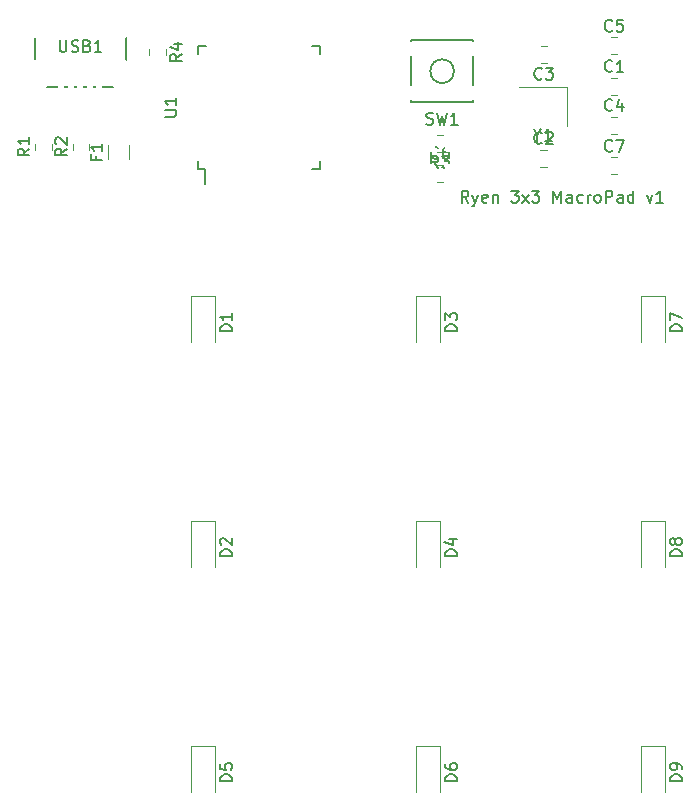
<source format=gto>
G04 #@! TF.GenerationSoftware,KiCad,Pcbnew,(5.1.2)-2*
G04 #@! TF.CreationDate,2019-08-06T13:22:13-07:00*
G04 #@! TF.ProjectId,first-keyboard,66697273-742d-46b6-9579-626f6172642e,rev?*
G04 #@! TF.SameCoordinates,Original*
G04 #@! TF.FileFunction,Legend,Top*
G04 #@! TF.FilePolarity,Positive*
%FSLAX46Y46*%
G04 Gerber Fmt 4.6, Leading zero omitted, Abs format (unit mm)*
G04 Created by KiCad (PCBNEW (5.1.2)-2) date 2019-08-06 13:22:13*
%MOMM*%
%LPD*%
G04 APERTURE LIST*
%ADD10C,0.150000*%
%ADD11C,0.120000*%
%ADD12R,0.602000X2.352000*%
%ADD13O,1.802000X2.802000*%
%ADD14R,1.502000X1.302000*%
%ADD15R,1.602000X0.652000*%
%ADD16R,0.652000X1.602000*%
%ADD17R,1.902000X1.202000*%
%ADD18C,0.100000*%
%ADD19C,1.077000*%
%ADD20C,1.852000*%
%ADD21C,4.089800*%
%ADD22C,1.352000*%
%ADD23R,1.302000X1.002000*%
G04 APERTURE END LIST*
D10*
X112118178Y-73159880D02*
X111784845Y-72683690D01*
X111546750Y-73159880D02*
X111546750Y-72159880D01*
X111927702Y-72159880D01*
X112022940Y-72207500D01*
X112070559Y-72255119D01*
X112118178Y-72350357D01*
X112118178Y-72493214D01*
X112070559Y-72588452D01*
X112022940Y-72636071D01*
X111927702Y-72683690D01*
X111546750Y-72683690D01*
X112451511Y-72493214D02*
X112689607Y-73159880D01*
X112927702Y-72493214D02*
X112689607Y-73159880D01*
X112594369Y-73397976D01*
X112546750Y-73445595D01*
X112451511Y-73493214D01*
X113689607Y-73112261D02*
X113594369Y-73159880D01*
X113403892Y-73159880D01*
X113308654Y-73112261D01*
X113261035Y-73017023D01*
X113261035Y-72636071D01*
X113308654Y-72540833D01*
X113403892Y-72493214D01*
X113594369Y-72493214D01*
X113689607Y-72540833D01*
X113737226Y-72636071D01*
X113737226Y-72731309D01*
X113261035Y-72826547D01*
X114165797Y-72493214D02*
X114165797Y-73159880D01*
X114165797Y-72588452D02*
X114213416Y-72540833D01*
X114308654Y-72493214D01*
X114451511Y-72493214D01*
X114546750Y-72540833D01*
X114594369Y-72636071D01*
X114594369Y-73159880D01*
X115737226Y-72159880D02*
X116356273Y-72159880D01*
X116022940Y-72540833D01*
X116165797Y-72540833D01*
X116261035Y-72588452D01*
X116308654Y-72636071D01*
X116356273Y-72731309D01*
X116356273Y-72969404D01*
X116308654Y-73064642D01*
X116261035Y-73112261D01*
X116165797Y-73159880D01*
X115880083Y-73159880D01*
X115784845Y-73112261D01*
X115737226Y-73064642D01*
X116689607Y-73159880D02*
X117213416Y-72493214D01*
X116689607Y-72493214D02*
X117213416Y-73159880D01*
X117499130Y-72159880D02*
X118118178Y-72159880D01*
X117784845Y-72540833D01*
X117927702Y-72540833D01*
X118022940Y-72588452D01*
X118070559Y-72636071D01*
X118118178Y-72731309D01*
X118118178Y-72969404D01*
X118070559Y-73064642D01*
X118022940Y-73112261D01*
X117927702Y-73159880D01*
X117641988Y-73159880D01*
X117546750Y-73112261D01*
X117499130Y-73064642D01*
X119308654Y-73159880D02*
X119308654Y-72159880D01*
X119641988Y-72874166D01*
X119975321Y-72159880D01*
X119975321Y-73159880D01*
X120880083Y-73159880D02*
X120880083Y-72636071D01*
X120832464Y-72540833D01*
X120737226Y-72493214D01*
X120546750Y-72493214D01*
X120451511Y-72540833D01*
X120880083Y-73112261D02*
X120784845Y-73159880D01*
X120546750Y-73159880D01*
X120451511Y-73112261D01*
X120403892Y-73017023D01*
X120403892Y-72921785D01*
X120451511Y-72826547D01*
X120546750Y-72778928D01*
X120784845Y-72778928D01*
X120880083Y-72731309D01*
X121784845Y-73112261D02*
X121689607Y-73159880D01*
X121499130Y-73159880D01*
X121403892Y-73112261D01*
X121356273Y-73064642D01*
X121308654Y-72969404D01*
X121308654Y-72683690D01*
X121356273Y-72588452D01*
X121403892Y-72540833D01*
X121499130Y-72493214D01*
X121689607Y-72493214D01*
X121784845Y-72540833D01*
X122213416Y-73159880D02*
X122213416Y-72493214D01*
X122213416Y-72683690D02*
X122261035Y-72588452D01*
X122308654Y-72540833D01*
X122403892Y-72493214D01*
X122499130Y-72493214D01*
X122975321Y-73159880D02*
X122880083Y-73112261D01*
X122832464Y-73064642D01*
X122784845Y-72969404D01*
X122784845Y-72683690D01*
X122832464Y-72588452D01*
X122880083Y-72540833D01*
X122975321Y-72493214D01*
X123118178Y-72493214D01*
X123213416Y-72540833D01*
X123261035Y-72588452D01*
X123308654Y-72683690D01*
X123308654Y-72969404D01*
X123261035Y-73064642D01*
X123213416Y-73112261D01*
X123118178Y-73159880D01*
X122975321Y-73159880D01*
X123737226Y-73159880D02*
X123737226Y-72159880D01*
X124118178Y-72159880D01*
X124213416Y-72207500D01*
X124261035Y-72255119D01*
X124308654Y-72350357D01*
X124308654Y-72493214D01*
X124261035Y-72588452D01*
X124213416Y-72636071D01*
X124118178Y-72683690D01*
X123737226Y-72683690D01*
X125165797Y-73159880D02*
X125165797Y-72636071D01*
X125118178Y-72540833D01*
X125022940Y-72493214D01*
X124832464Y-72493214D01*
X124737226Y-72540833D01*
X125165797Y-73112261D02*
X125070559Y-73159880D01*
X124832464Y-73159880D01*
X124737226Y-73112261D01*
X124689607Y-73017023D01*
X124689607Y-72921785D01*
X124737226Y-72826547D01*
X124832464Y-72778928D01*
X125070559Y-72778928D01*
X125165797Y-72731309D01*
X126070559Y-73159880D02*
X126070559Y-72159880D01*
X126070559Y-73112261D02*
X125975321Y-73159880D01*
X125784845Y-73159880D01*
X125689607Y-73112261D01*
X125641988Y-73064642D01*
X125594369Y-72969404D01*
X125594369Y-72683690D01*
X125641988Y-72588452D01*
X125689607Y-72540833D01*
X125784845Y-72493214D01*
X125975321Y-72493214D01*
X126070559Y-72540833D01*
X127213416Y-72493214D02*
X127451511Y-73159880D01*
X127689607Y-72493214D01*
X128594369Y-73159880D02*
X128022940Y-73159880D01*
X128308654Y-73159880D02*
X128308654Y-72159880D01*
X128213416Y-72302738D01*
X128118178Y-72397976D01*
X128022940Y-72445595D01*
X83098000Y-63362000D02*
X75398000Y-63362000D01*
X75398000Y-57912000D02*
X75398000Y-63362000D01*
X83098000Y-57912000D02*
X83098000Y-63362000D01*
D11*
X120434750Y-63362750D02*
X116434750Y-63362750D01*
X120434750Y-66662750D02*
X120434750Y-63362750D01*
D10*
X89792750Y-70294250D02*
X89792750Y-71569250D01*
X89217750Y-59944250D02*
X89217750Y-60619250D01*
X99567750Y-59944250D02*
X99567750Y-60619250D01*
X99567750Y-70294250D02*
X99567750Y-69619250D01*
X89217750Y-70294250D02*
X89217750Y-69619250D01*
X99567750Y-70294250D02*
X98892750Y-70294250D01*
X99567750Y-59944250D02*
X98892750Y-59944250D01*
X89217750Y-59944250D02*
X89892750Y-59944250D01*
X89217750Y-70294250D02*
X89792750Y-70294250D01*
X107286750Y-59439500D02*
X112486750Y-59439500D01*
X112486750Y-59439500D02*
X112486750Y-64639500D01*
X112486750Y-64639500D02*
X107286750Y-64639500D01*
X107286750Y-64639500D02*
X107286750Y-59439500D01*
X110886750Y-62039500D02*
G75*
G03X110886750Y-62039500I-1000000J0D01*
G01*
D11*
X86466750Y-60178422D02*
X86466750Y-60695578D01*
X85046750Y-60178422D02*
X85046750Y-60695578D01*
X109969828Y-67425500D02*
X109452672Y-67425500D01*
X109969828Y-68845500D02*
X109452672Y-68845500D01*
X78601500Y-68696578D02*
X78601500Y-68179422D01*
X80021500Y-68696578D02*
X80021500Y-68179422D01*
X75426500Y-68696578D02*
X75426500Y-68179422D01*
X76846500Y-68696578D02*
X76846500Y-68179422D01*
X81576500Y-69502564D02*
X81576500Y-68298436D01*
X83396500Y-69502564D02*
X83396500Y-68298436D01*
X128730250Y-119163000D02*
X128730250Y-123063000D01*
X126730250Y-119163000D02*
X126730250Y-123063000D01*
X128730250Y-119163000D02*
X126730250Y-119163000D01*
X128730250Y-100113000D02*
X128730250Y-104013000D01*
X126730250Y-100113000D02*
X126730250Y-104013000D01*
X128730250Y-100113000D02*
X126730250Y-100113000D01*
X128730250Y-81063000D02*
X128730250Y-84963000D01*
X126730250Y-81063000D02*
X126730250Y-84963000D01*
X128730250Y-81063000D02*
X126730250Y-81063000D01*
X109680250Y-119163000D02*
X109680250Y-123063000D01*
X107680250Y-119163000D02*
X107680250Y-123063000D01*
X109680250Y-119163000D02*
X107680250Y-119163000D01*
X90630250Y-119163000D02*
X90630250Y-123063000D01*
X88630250Y-119163000D02*
X88630250Y-123063000D01*
X90630250Y-119163000D02*
X88630250Y-119163000D01*
X109680250Y-100113000D02*
X109680250Y-104013000D01*
X107680250Y-100113000D02*
X107680250Y-104013000D01*
X109680250Y-100113000D02*
X107680250Y-100113000D01*
X109680250Y-81063000D02*
X109680250Y-84963000D01*
X107680250Y-81063000D02*
X107680250Y-84963000D01*
X109680250Y-81063000D02*
X107680250Y-81063000D01*
X90630250Y-100113000D02*
X90630250Y-104013000D01*
X88630250Y-100113000D02*
X88630250Y-104013000D01*
X90630250Y-100113000D02*
X88630250Y-100113000D01*
X90630250Y-81063000D02*
X90630250Y-84963000D01*
X88630250Y-81063000D02*
X88630250Y-84963000D01*
X90630250Y-81063000D02*
X88630250Y-81063000D01*
X124184672Y-70750500D02*
X124701828Y-70750500D01*
X124184672Y-69330500D02*
X124701828Y-69330500D01*
X109452672Y-69965500D02*
X109969828Y-69965500D01*
X109452672Y-71385500D02*
X109969828Y-71385500D01*
X124184672Y-60590500D02*
X124701828Y-60590500D01*
X124184672Y-59170500D02*
X124701828Y-59170500D01*
X124184672Y-67321500D02*
X124701828Y-67321500D01*
X124184672Y-65901500D02*
X124701828Y-65901500D01*
X118749578Y-59932500D02*
X118232422Y-59932500D01*
X118749578Y-61352500D02*
X118232422Y-61352500D01*
X118215672Y-70115500D02*
X118732828Y-70115500D01*
X118215672Y-68695500D02*
X118732828Y-68695500D01*
X124184672Y-64019500D02*
X124701828Y-64019500D01*
X124184672Y-62599500D02*
X124701828Y-62599500D01*
D10*
X77509904Y-59396380D02*
X77509904Y-60205904D01*
X77557523Y-60301142D01*
X77605142Y-60348761D01*
X77700380Y-60396380D01*
X77890857Y-60396380D01*
X77986095Y-60348761D01*
X78033714Y-60301142D01*
X78081333Y-60205904D01*
X78081333Y-59396380D01*
X78509904Y-60348761D02*
X78652761Y-60396380D01*
X78890857Y-60396380D01*
X78986095Y-60348761D01*
X79033714Y-60301142D01*
X79081333Y-60205904D01*
X79081333Y-60110666D01*
X79033714Y-60015428D01*
X78986095Y-59967809D01*
X78890857Y-59920190D01*
X78700380Y-59872571D01*
X78605142Y-59824952D01*
X78557523Y-59777333D01*
X78509904Y-59682095D01*
X78509904Y-59586857D01*
X78557523Y-59491619D01*
X78605142Y-59444000D01*
X78700380Y-59396380D01*
X78938476Y-59396380D01*
X79081333Y-59444000D01*
X79843238Y-59872571D02*
X79986095Y-59920190D01*
X80033714Y-59967809D01*
X80081333Y-60063047D01*
X80081333Y-60205904D01*
X80033714Y-60301142D01*
X79986095Y-60348761D01*
X79890857Y-60396380D01*
X79509904Y-60396380D01*
X79509904Y-59396380D01*
X79843238Y-59396380D01*
X79938476Y-59444000D01*
X79986095Y-59491619D01*
X80033714Y-59586857D01*
X80033714Y-59682095D01*
X79986095Y-59777333D01*
X79938476Y-59824952D01*
X79843238Y-59872571D01*
X79509904Y-59872571D01*
X81033714Y-60396380D02*
X80462285Y-60396380D01*
X80748000Y-60396380D02*
X80748000Y-59396380D01*
X80652761Y-59539238D01*
X80557523Y-59634476D01*
X80462285Y-59682095D01*
X117958559Y-67438940D02*
X117958559Y-67915130D01*
X117625226Y-66915130D02*
X117958559Y-67438940D01*
X118291892Y-66915130D01*
X119149035Y-67915130D02*
X118577607Y-67915130D01*
X118863321Y-67915130D02*
X118863321Y-66915130D01*
X118768083Y-67057988D01*
X118672845Y-67153226D01*
X118577607Y-67200845D01*
X86395130Y-65881154D02*
X87204654Y-65881154D01*
X87299892Y-65833535D01*
X87347511Y-65785916D01*
X87395130Y-65690678D01*
X87395130Y-65500202D01*
X87347511Y-65404964D01*
X87299892Y-65357345D01*
X87204654Y-65309726D01*
X86395130Y-65309726D01*
X87395130Y-64309726D02*
X87395130Y-64881154D01*
X87395130Y-64595440D02*
X86395130Y-64595440D01*
X86537988Y-64690678D01*
X86633226Y-64785916D01*
X86680845Y-64881154D01*
X108553416Y-66508261D02*
X108696273Y-66555880D01*
X108934369Y-66555880D01*
X109029607Y-66508261D01*
X109077226Y-66460642D01*
X109124845Y-66365404D01*
X109124845Y-66270166D01*
X109077226Y-66174928D01*
X109029607Y-66127309D01*
X108934369Y-66079690D01*
X108743892Y-66032071D01*
X108648654Y-65984452D01*
X108601035Y-65936833D01*
X108553416Y-65841595D01*
X108553416Y-65746357D01*
X108601035Y-65651119D01*
X108648654Y-65603500D01*
X108743892Y-65555880D01*
X108981988Y-65555880D01*
X109124845Y-65603500D01*
X109458178Y-65555880D02*
X109696273Y-66555880D01*
X109886750Y-65841595D01*
X110077226Y-66555880D01*
X110315321Y-65555880D01*
X111220083Y-66555880D02*
X110648654Y-66555880D01*
X110934369Y-66555880D02*
X110934369Y-65555880D01*
X110839130Y-65698738D01*
X110743892Y-65793976D01*
X110648654Y-65841595D01*
X87859130Y-60603666D02*
X87382940Y-60937000D01*
X87859130Y-61175095D02*
X86859130Y-61175095D01*
X86859130Y-60794142D01*
X86906750Y-60698904D01*
X86954369Y-60651285D01*
X87049607Y-60603666D01*
X87192464Y-60603666D01*
X87287702Y-60651285D01*
X87335321Y-60698904D01*
X87382940Y-60794142D01*
X87382940Y-61175095D01*
X87192464Y-59746523D02*
X87859130Y-59746523D01*
X86811511Y-59984619D02*
X87525797Y-60222714D01*
X87525797Y-59603666D01*
X109544583Y-70237880D02*
X109211250Y-69761690D01*
X108973154Y-70237880D02*
X108973154Y-69237880D01*
X109354107Y-69237880D01*
X109449345Y-69285500D01*
X109496964Y-69333119D01*
X109544583Y-69428357D01*
X109544583Y-69571214D01*
X109496964Y-69666452D01*
X109449345Y-69714071D01*
X109354107Y-69761690D01*
X108973154Y-69761690D01*
X109877916Y-69237880D02*
X110496964Y-69237880D01*
X110163630Y-69618833D01*
X110306488Y-69618833D01*
X110401726Y-69666452D01*
X110449345Y-69714071D01*
X110496964Y-69809309D01*
X110496964Y-70047404D01*
X110449345Y-70142642D01*
X110401726Y-70190261D01*
X110306488Y-70237880D01*
X110020773Y-70237880D01*
X109925535Y-70190261D01*
X109877916Y-70142642D01*
X78113880Y-68604666D02*
X77637690Y-68938000D01*
X78113880Y-69176095D02*
X77113880Y-69176095D01*
X77113880Y-68795142D01*
X77161500Y-68699904D01*
X77209119Y-68652285D01*
X77304357Y-68604666D01*
X77447214Y-68604666D01*
X77542452Y-68652285D01*
X77590071Y-68699904D01*
X77637690Y-68795142D01*
X77637690Y-69176095D01*
X77209119Y-68223714D02*
X77161500Y-68176095D01*
X77113880Y-68080857D01*
X77113880Y-67842761D01*
X77161500Y-67747523D01*
X77209119Y-67699904D01*
X77304357Y-67652285D01*
X77399595Y-67652285D01*
X77542452Y-67699904D01*
X78113880Y-68271333D01*
X78113880Y-67652285D01*
X74938880Y-68604666D02*
X74462690Y-68938000D01*
X74938880Y-69176095D02*
X73938880Y-69176095D01*
X73938880Y-68795142D01*
X73986500Y-68699904D01*
X74034119Y-68652285D01*
X74129357Y-68604666D01*
X74272214Y-68604666D01*
X74367452Y-68652285D01*
X74415071Y-68699904D01*
X74462690Y-68795142D01*
X74462690Y-69176095D01*
X74938880Y-67652285D02*
X74938880Y-68223714D01*
X74938880Y-67938000D02*
X73938880Y-67938000D01*
X74081738Y-68033238D01*
X74176976Y-68128476D01*
X74224595Y-68223714D01*
X80595071Y-69233833D02*
X80595071Y-69567166D01*
X81118880Y-69567166D02*
X80118880Y-69567166D01*
X80118880Y-69090976D01*
X81118880Y-68186214D02*
X81118880Y-68757642D01*
X81118880Y-68471928D02*
X80118880Y-68471928D01*
X80261738Y-68567166D01*
X80356976Y-68662404D01*
X80404595Y-68757642D01*
X130182630Y-122151095D02*
X129182630Y-122151095D01*
X129182630Y-121913000D01*
X129230250Y-121770142D01*
X129325488Y-121674904D01*
X129420726Y-121627285D01*
X129611202Y-121579666D01*
X129754059Y-121579666D01*
X129944535Y-121627285D01*
X130039773Y-121674904D01*
X130135011Y-121770142D01*
X130182630Y-121913000D01*
X130182630Y-122151095D01*
X130182630Y-121103476D02*
X130182630Y-120913000D01*
X130135011Y-120817761D01*
X130087392Y-120770142D01*
X129944535Y-120674904D01*
X129754059Y-120627285D01*
X129373107Y-120627285D01*
X129277869Y-120674904D01*
X129230250Y-120722523D01*
X129182630Y-120817761D01*
X129182630Y-121008238D01*
X129230250Y-121103476D01*
X129277869Y-121151095D01*
X129373107Y-121198714D01*
X129611202Y-121198714D01*
X129706440Y-121151095D01*
X129754059Y-121103476D01*
X129801678Y-121008238D01*
X129801678Y-120817761D01*
X129754059Y-120722523D01*
X129706440Y-120674904D01*
X129611202Y-120627285D01*
X130182630Y-103101095D02*
X129182630Y-103101095D01*
X129182630Y-102863000D01*
X129230250Y-102720142D01*
X129325488Y-102624904D01*
X129420726Y-102577285D01*
X129611202Y-102529666D01*
X129754059Y-102529666D01*
X129944535Y-102577285D01*
X130039773Y-102624904D01*
X130135011Y-102720142D01*
X130182630Y-102863000D01*
X130182630Y-103101095D01*
X129611202Y-101958238D02*
X129563583Y-102053476D01*
X129515964Y-102101095D01*
X129420726Y-102148714D01*
X129373107Y-102148714D01*
X129277869Y-102101095D01*
X129230250Y-102053476D01*
X129182630Y-101958238D01*
X129182630Y-101767761D01*
X129230250Y-101672523D01*
X129277869Y-101624904D01*
X129373107Y-101577285D01*
X129420726Y-101577285D01*
X129515964Y-101624904D01*
X129563583Y-101672523D01*
X129611202Y-101767761D01*
X129611202Y-101958238D01*
X129658821Y-102053476D01*
X129706440Y-102101095D01*
X129801678Y-102148714D01*
X129992154Y-102148714D01*
X130087392Y-102101095D01*
X130135011Y-102053476D01*
X130182630Y-101958238D01*
X130182630Y-101767761D01*
X130135011Y-101672523D01*
X130087392Y-101624904D01*
X129992154Y-101577285D01*
X129801678Y-101577285D01*
X129706440Y-101624904D01*
X129658821Y-101672523D01*
X129611202Y-101767761D01*
X130182630Y-84051095D02*
X129182630Y-84051095D01*
X129182630Y-83813000D01*
X129230250Y-83670142D01*
X129325488Y-83574904D01*
X129420726Y-83527285D01*
X129611202Y-83479666D01*
X129754059Y-83479666D01*
X129944535Y-83527285D01*
X130039773Y-83574904D01*
X130135011Y-83670142D01*
X130182630Y-83813000D01*
X130182630Y-84051095D01*
X129182630Y-83146333D02*
X129182630Y-82479666D01*
X130182630Y-82908238D01*
X111132630Y-122151095D02*
X110132630Y-122151095D01*
X110132630Y-121913000D01*
X110180250Y-121770142D01*
X110275488Y-121674904D01*
X110370726Y-121627285D01*
X110561202Y-121579666D01*
X110704059Y-121579666D01*
X110894535Y-121627285D01*
X110989773Y-121674904D01*
X111085011Y-121770142D01*
X111132630Y-121913000D01*
X111132630Y-122151095D01*
X110132630Y-120722523D02*
X110132630Y-120913000D01*
X110180250Y-121008238D01*
X110227869Y-121055857D01*
X110370726Y-121151095D01*
X110561202Y-121198714D01*
X110942154Y-121198714D01*
X111037392Y-121151095D01*
X111085011Y-121103476D01*
X111132630Y-121008238D01*
X111132630Y-120817761D01*
X111085011Y-120722523D01*
X111037392Y-120674904D01*
X110942154Y-120627285D01*
X110704059Y-120627285D01*
X110608821Y-120674904D01*
X110561202Y-120722523D01*
X110513583Y-120817761D01*
X110513583Y-121008238D01*
X110561202Y-121103476D01*
X110608821Y-121151095D01*
X110704059Y-121198714D01*
X92082630Y-122151095D02*
X91082630Y-122151095D01*
X91082630Y-121913000D01*
X91130250Y-121770142D01*
X91225488Y-121674904D01*
X91320726Y-121627285D01*
X91511202Y-121579666D01*
X91654059Y-121579666D01*
X91844535Y-121627285D01*
X91939773Y-121674904D01*
X92035011Y-121770142D01*
X92082630Y-121913000D01*
X92082630Y-122151095D01*
X91082630Y-120674904D02*
X91082630Y-121151095D01*
X91558821Y-121198714D01*
X91511202Y-121151095D01*
X91463583Y-121055857D01*
X91463583Y-120817761D01*
X91511202Y-120722523D01*
X91558821Y-120674904D01*
X91654059Y-120627285D01*
X91892154Y-120627285D01*
X91987392Y-120674904D01*
X92035011Y-120722523D01*
X92082630Y-120817761D01*
X92082630Y-121055857D01*
X92035011Y-121151095D01*
X91987392Y-121198714D01*
X111132630Y-103101095D02*
X110132630Y-103101095D01*
X110132630Y-102863000D01*
X110180250Y-102720142D01*
X110275488Y-102624904D01*
X110370726Y-102577285D01*
X110561202Y-102529666D01*
X110704059Y-102529666D01*
X110894535Y-102577285D01*
X110989773Y-102624904D01*
X111085011Y-102720142D01*
X111132630Y-102863000D01*
X111132630Y-103101095D01*
X110465964Y-101672523D02*
X111132630Y-101672523D01*
X110085011Y-101910619D02*
X110799297Y-102148714D01*
X110799297Y-101529666D01*
X111132630Y-84051095D02*
X110132630Y-84051095D01*
X110132630Y-83813000D01*
X110180250Y-83670142D01*
X110275488Y-83574904D01*
X110370726Y-83527285D01*
X110561202Y-83479666D01*
X110704059Y-83479666D01*
X110894535Y-83527285D01*
X110989773Y-83574904D01*
X111085011Y-83670142D01*
X111132630Y-83813000D01*
X111132630Y-84051095D01*
X110132630Y-83146333D02*
X110132630Y-82527285D01*
X110513583Y-82860619D01*
X110513583Y-82717761D01*
X110561202Y-82622523D01*
X110608821Y-82574904D01*
X110704059Y-82527285D01*
X110942154Y-82527285D01*
X111037392Y-82574904D01*
X111085011Y-82622523D01*
X111132630Y-82717761D01*
X111132630Y-83003476D01*
X111085011Y-83098714D01*
X111037392Y-83146333D01*
X92082630Y-103101095D02*
X91082630Y-103101095D01*
X91082630Y-102863000D01*
X91130250Y-102720142D01*
X91225488Y-102624904D01*
X91320726Y-102577285D01*
X91511202Y-102529666D01*
X91654059Y-102529666D01*
X91844535Y-102577285D01*
X91939773Y-102624904D01*
X92035011Y-102720142D01*
X92082630Y-102863000D01*
X92082630Y-103101095D01*
X91177869Y-102148714D02*
X91130250Y-102101095D01*
X91082630Y-102005857D01*
X91082630Y-101767761D01*
X91130250Y-101672523D01*
X91177869Y-101624904D01*
X91273107Y-101577285D01*
X91368345Y-101577285D01*
X91511202Y-101624904D01*
X92082630Y-102196333D01*
X92082630Y-101577285D01*
X92082630Y-84051095D02*
X91082630Y-84051095D01*
X91082630Y-83813000D01*
X91130250Y-83670142D01*
X91225488Y-83574904D01*
X91320726Y-83527285D01*
X91511202Y-83479666D01*
X91654059Y-83479666D01*
X91844535Y-83527285D01*
X91939773Y-83574904D01*
X92035011Y-83670142D01*
X92082630Y-83813000D01*
X92082630Y-84051095D01*
X92082630Y-82527285D02*
X92082630Y-83098714D01*
X92082630Y-82813000D02*
X91082630Y-82813000D01*
X91225488Y-82908238D01*
X91320726Y-83003476D01*
X91368345Y-83098714D01*
X124276583Y-68747642D02*
X124228964Y-68795261D01*
X124086107Y-68842880D01*
X123990869Y-68842880D01*
X123848011Y-68795261D01*
X123752773Y-68700023D01*
X123705154Y-68604785D01*
X123657535Y-68414309D01*
X123657535Y-68271452D01*
X123705154Y-68080976D01*
X123752773Y-67985738D01*
X123848011Y-67890500D01*
X123990869Y-67842880D01*
X124086107Y-67842880D01*
X124228964Y-67890500D01*
X124276583Y-67938119D01*
X124609916Y-67842880D02*
X125276583Y-67842880D01*
X124848011Y-68842880D01*
X109544583Y-69382642D02*
X109496964Y-69430261D01*
X109354107Y-69477880D01*
X109258869Y-69477880D01*
X109116011Y-69430261D01*
X109020773Y-69335023D01*
X108973154Y-69239785D01*
X108925535Y-69049309D01*
X108925535Y-68906452D01*
X108973154Y-68715976D01*
X109020773Y-68620738D01*
X109116011Y-68525500D01*
X109258869Y-68477880D01*
X109354107Y-68477880D01*
X109496964Y-68525500D01*
X109544583Y-68573119D01*
X110401726Y-68477880D02*
X110211250Y-68477880D01*
X110116011Y-68525500D01*
X110068392Y-68573119D01*
X109973154Y-68715976D01*
X109925535Y-68906452D01*
X109925535Y-69287404D01*
X109973154Y-69382642D01*
X110020773Y-69430261D01*
X110116011Y-69477880D01*
X110306488Y-69477880D01*
X110401726Y-69430261D01*
X110449345Y-69382642D01*
X110496964Y-69287404D01*
X110496964Y-69049309D01*
X110449345Y-68954071D01*
X110401726Y-68906452D01*
X110306488Y-68858833D01*
X110116011Y-68858833D01*
X110020773Y-68906452D01*
X109973154Y-68954071D01*
X109925535Y-69049309D01*
X124276583Y-58587642D02*
X124228964Y-58635261D01*
X124086107Y-58682880D01*
X123990869Y-58682880D01*
X123848011Y-58635261D01*
X123752773Y-58540023D01*
X123705154Y-58444785D01*
X123657535Y-58254309D01*
X123657535Y-58111452D01*
X123705154Y-57920976D01*
X123752773Y-57825738D01*
X123848011Y-57730500D01*
X123990869Y-57682880D01*
X124086107Y-57682880D01*
X124228964Y-57730500D01*
X124276583Y-57778119D01*
X125181345Y-57682880D02*
X124705154Y-57682880D01*
X124657535Y-58159071D01*
X124705154Y-58111452D01*
X124800392Y-58063833D01*
X125038488Y-58063833D01*
X125133726Y-58111452D01*
X125181345Y-58159071D01*
X125228964Y-58254309D01*
X125228964Y-58492404D01*
X125181345Y-58587642D01*
X125133726Y-58635261D01*
X125038488Y-58682880D01*
X124800392Y-58682880D01*
X124705154Y-58635261D01*
X124657535Y-58587642D01*
X124276583Y-65318642D02*
X124228964Y-65366261D01*
X124086107Y-65413880D01*
X123990869Y-65413880D01*
X123848011Y-65366261D01*
X123752773Y-65271023D01*
X123705154Y-65175785D01*
X123657535Y-64985309D01*
X123657535Y-64842452D01*
X123705154Y-64651976D01*
X123752773Y-64556738D01*
X123848011Y-64461500D01*
X123990869Y-64413880D01*
X124086107Y-64413880D01*
X124228964Y-64461500D01*
X124276583Y-64509119D01*
X125133726Y-64747214D02*
X125133726Y-65413880D01*
X124895630Y-64366261D02*
X124657535Y-65080547D01*
X125276583Y-65080547D01*
X118324333Y-62649642D02*
X118276714Y-62697261D01*
X118133857Y-62744880D01*
X118038619Y-62744880D01*
X117895761Y-62697261D01*
X117800523Y-62602023D01*
X117752904Y-62506785D01*
X117705285Y-62316309D01*
X117705285Y-62173452D01*
X117752904Y-61982976D01*
X117800523Y-61887738D01*
X117895761Y-61792500D01*
X118038619Y-61744880D01*
X118133857Y-61744880D01*
X118276714Y-61792500D01*
X118324333Y-61840119D01*
X118657666Y-61744880D02*
X119276714Y-61744880D01*
X118943380Y-62125833D01*
X119086238Y-62125833D01*
X119181476Y-62173452D01*
X119229095Y-62221071D01*
X119276714Y-62316309D01*
X119276714Y-62554404D01*
X119229095Y-62649642D01*
X119181476Y-62697261D01*
X119086238Y-62744880D01*
X118800523Y-62744880D01*
X118705285Y-62697261D01*
X118657666Y-62649642D01*
X118307583Y-68112642D02*
X118259964Y-68160261D01*
X118117107Y-68207880D01*
X118021869Y-68207880D01*
X117879011Y-68160261D01*
X117783773Y-68065023D01*
X117736154Y-67969785D01*
X117688535Y-67779309D01*
X117688535Y-67636452D01*
X117736154Y-67445976D01*
X117783773Y-67350738D01*
X117879011Y-67255500D01*
X118021869Y-67207880D01*
X118117107Y-67207880D01*
X118259964Y-67255500D01*
X118307583Y-67303119D01*
X118688535Y-67303119D02*
X118736154Y-67255500D01*
X118831392Y-67207880D01*
X119069488Y-67207880D01*
X119164726Y-67255500D01*
X119212345Y-67303119D01*
X119259964Y-67398357D01*
X119259964Y-67493595D01*
X119212345Y-67636452D01*
X118640916Y-68207880D01*
X119259964Y-68207880D01*
X124276583Y-62016642D02*
X124228964Y-62064261D01*
X124086107Y-62111880D01*
X123990869Y-62111880D01*
X123848011Y-62064261D01*
X123752773Y-61969023D01*
X123705154Y-61873785D01*
X123657535Y-61683309D01*
X123657535Y-61540452D01*
X123705154Y-61349976D01*
X123752773Y-61254738D01*
X123848011Y-61159500D01*
X123990869Y-61111880D01*
X124086107Y-61111880D01*
X124228964Y-61159500D01*
X124276583Y-61207119D01*
X125228964Y-62111880D02*
X124657535Y-62111880D01*
X124943250Y-62111880D02*
X124943250Y-61111880D01*
X124848011Y-61254738D01*
X124752773Y-61349976D01*
X124657535Y-61397595D01*
%LPC*%
D12*
X77648000Y-62412000D03*
X78448000Y-62412000D03*
X79248000Y-62412000D03*
X80048000Y-62412000D03*
X80848000Y-62412000D03*
D13*
X82898000Y-62412000D03*
X75598000Y-62412000D03*
X75598000Y-57912000D03*
X82898000Y-57912000D03*
D14*
X119534750Y-65862750D03*
X117334750Y-65862750D03*
X117334750Y-64162750D03*
X119534750Y-64162750D03*
D15*
X88692750Y-69119250D03*
X88692750Y-68319250D03*
X88692750Y-67519250D03*
X88692750Y-66719250D03*
X88692750Y-65919250D03*
X88692750Y-65119250D03*
X88692750Y-64319250D03*
X88692750Y-63519250D03*
X88692750Y-62719250D03*
X88692750Y-61919250D03*
X88692750Y-61119250D03*
D16*
X90392750Y-59419250D03*
X91192750Y-59419250D03*
X91992750Y-59419250D03*
X92792750Y-59419250D03*
X93592750Y-59419250D03*
X94392750Y-59419250D03*
X95192750Y-59419250D03*
X95992750Y-59419250D03*
X96792750Y-59419250D03*
X97592750Y-59419250D03*
X98392750Y-59419250D03*
D15*
X100092750Y-61119250D03*
X100092750Y-61919250D03*
X100092750Y-62719250D03*
X100092750Y-63519250D03*
X100092750Y-64319250D03*
X100092750Y-65119250D03*
X100092750Y-65919250D03*
X100092750Y-66719250D03*
X100092750Y-67519250D03*
X100092750Y-68319250D03*
X100092750Y-69119250D03*
D16*
X98392750Y-70819250D03*
X97592750Y-70819250D03*
X96792750Y-70819250D03*
X95992750Y-70819250D03*
X95192750Y-70819250D03*
X94392750Y-70819250D03*
X93592750Y-70819250D03*
X92792750Y-70819250D03*
X91992750Y-70819250D03*
X91192750Y-70819250D03*
X90392750Y-70819250D03*
D17*
X106786750Y-63889500D03*
X112986750Y-60189500D03*
X106786750Y-60189500D03*
X112986750Y-63889500D03*
D18*
G36*
X86264891Y-58962297D02*
G01*
X86291028Y-58966174D01*
X86316659Y-58972594D01*
X86341538Y-58981495D01*
X86365424Y-58992793D01*
X86388087Y-59006377D01*
X86409310Y-59022117D01*
X86428889Y-59039861D01*
X86446633Y-59059440D01*
X86462373Y-59080663D01*
X86475957Y-59103326D01*
X86487255Y-59127212D01*
X86496156Y-59152091D01*
X86502576Y-59177722D01*
X86506453Y-59203859D01*
X86507750Y-59230250D01*
X86507750Y-59768750D01*
X86506453Y-59795141D01*
X86502576Y-59821278D01*
X86496156Y-59846909D01*
X86487255Y-59871788D01*
X86475957Y-59895674D01*
X86462373Y-59918337D01*
X86446633Y-59939560D01*
X86428889Y-59959139D01*
X86409310Y-59976883D01*
X86388087Y-59992623D01*
X86365424Y-60006207D01*
X86341538Y-60017505D01*
X86316659Y-60026406D01*
X86291028Y-60032826D01*
X86264891Y-60036703D01*
X86238500Y-60038000D01*
X85275000Y-60038000D01*
X85248609Y-60036703D01*
X85222472Y-60032826D01*
X85196841Y-60026406D01*
X85171962Y-60017505D01*
X85148076Y-60006207D01*
X85125413Y-59992623D01*
X85104190Y-59976883D01*
X85084611Y-59959139D01*
X85066867Y-59939560D01*
X85051127Y-59918337D01*
X85037543Y-59895674D01*
X85026245Y-59871788D01*
X85017344Y-59846909D01*
X85010924Y-59821278D01*
X85007047Y-59795141D01*
X85005750Y-59768750D01*
X85005750Y-59230250D01*
X85007047Y-59203859D01*
X85010924Y-59177722D01*
X85017344Y-59152091D01*
X85026245Y-59127212D01*
X85037543Y-59103326D01*
X85051127Y-59080663D01*
X85066867Y-59059440D01*
X85084611Y-59039861D01*
X85104190Y-59022117D01*
X85125413Y-59006377D01*
X85148076Y-58992793D01*
X85171962Y-58981495D01*
X85196841Y-58972594D01*
X85222472Y-58966174D01*
X85248609Y-58962297D01*
X85275000Y-58961000D01*
X86238500Y-58961000D01*
X86264891Y-58962297D01*
X86264891Y-58962297D01*
G37*
D19*
X85756750Y-59499500D03*
D18*
G36*
X86264891Y-60837297D02*
G01*
X86291028Y-60841174D01*
X86316659Y-60847594D01*
X86341538Y-60856495D01*
X86365424Y-60867793D01*
X86388087Y-60881377D01*
X86409310Y-60897117D01*
X86428889Y-60914861D01*
X86446633Y-60934440D01*
X86462373Y-60955663D01*
X86475957Y-60978326D01*
X86487255Y-61002212D01*
X86496156Y-61027091D01*
X86502576Y-61052722D01*
X86506453Y-61078859D01*
X86507750Y-61105250D01*
X86507750Y-61643750D01*
X86506453Y-61670141D01*
X86502576Y-61696278D01*
X86496156Y-61721909D01*
X86487255Y-61746788D01*
X86475957Y-61770674D01*
X86462373Y-61793337D01*
X86446633Y-61814560D01*
X86428889Y-61834139D01*
X86409310Y-61851883D01*
X86388087Y-61867623D01*
X86365424Y-61881207D01*
X86341538Y-61892505D01*
X86316659Y-61901406D01*
X86291028Y-61907826D01*
X86264891Y-61911703D01*
X86238500Y-61913000D01*
X85275000Y-61913000D01*
X85248609Y-61911703D01*
X85222472Y-61907826D01*
X85196841Y-61901406D01*
X85171962Y-61892505D01*
X85148076Y-61881207D01*
X85125413Y-61867623D01*
X85104190Y-61851883D01*
X85084611Y-61834139D01*
X85066867Y-61814560D01*
X85051127Y-61793337D01*
X85037543Y-61770674D01*
X85026245Y-61746788D01*
X85017344Y-61721909D01*
X85010924Y-61696278D01*
X85007047Y-61670141D01*
X85005750Y-61643750D01*
X85005750Y-61105250D01*
X85007047Y-61078859D01*
X85010924Y-61052722D01*
X85017344Y-61027091D01*
X85026245Y-61002212D01*
X85037543Y-60978326D01*
X85051127Y-60955663D01*
X85066867Y-60934440D01*
X85084611Y-60914861D01*
X85104190Y-60897117D01*
X85125413Y-60881377D01*
X85148076Y-60867793D01*
X85171962Y-60856495D01*
X85196841Y-60847594D01*
X85222472Y-60841174D01*
X85248609Y-60837297D01*
X85275000Y-60836000D01*
X86238500Y-60836000D01*
X86264891Y-60837297D01*
X86264891Y-60837297D01*
G37*
D19*
X85756750Y-61374500D03*
D18*
G36*
X109069391Y-67385797D02*
G01*
X109095528Y-67389674D01*
X109121159Y-67396094D01*
X109146038Y-67404995D01*
X109169924Y-67416293D01*
X109192587Y-67429877D01*
X109213810Y-67445617D01*
X109233389Y-67463361D01*
X109251133Y-67482940D01*
X109266873Y-67504163D01*
X109280457Y-67526826D01*
X109291755Y-67550712D01*
X109300656Y-67575591D01*
X109307076Y-67601222D01*
X109310953Y-67627359D01*
X109312250Y-67653750D01*
X109312250Y-68617250D01*
X109310953Y-68643641D01*
X109307076Y-68669778D01*
X109300656Y-68695409D01*
X109291755Y-68720288D01*
X109280457Y-68744174D01*
X109266873Y-68766837D01*
X109251133Y-68788060D01*
X109233389Y-68807639D01*
X109213810Y-68825383D01*
X109192587Y-68841123D01*
X109169924Y-68854707D01*
X109146038Y-68866005D01*
X109121159Y-68874906D01*
X109095528Y-68881326D01*
X109069391Y-68885203D01*
X109043000Y-68886500D01*
X108504500Y-68886500D01*
X108478109Y-68885203D01*
X108451972Y-68881326D01*
X108426341Y-68874906D01*
X108401462Y-68866005D01*
X108377576Y-68854707D01*
X108354913Y-68841123D01*
X108333690Y-68825383D01*
X108314111Y-68807639D01*
X108296367Y-68788060D01*
X108280627Y-68766837D01*
X108267043Y-68744174D01*
X108255745Y-68720288D01*
X108246844Y-68695409D01*
X108240424Y-68669778D01*
X108236547Y-68643641D01*
X108235250Y-68617250D01*
X108235250Y-67653750D01*
X108236547Y-67627359D01*
X108240424Y-67601222D01*
X108246844Y-67575591D01*
X108255745Y-67550712D01*
X108267043Y-67526826D01*
X108280627Y-67504163D01*
X108296367Y-67482940D01*
X108314111Y-67463361D01*
X108333690Y-67445617D01*
X108354913Y-67429877D01*
X108377576Y-67416293D01*
X108401462Y-67404995D01*
X108426341Y-67396094D01*
X108451972Y-67389674D01*
X108478109Y-67385797D01*
X108504500Y-67384500D01*
X109043000Y-67384500D01*
X109069391Y-67385797D01*
X109069391Y-67385797D01*
G37*
D19*
X108773750Y-68135500D03*
D18*
G36*
X110944391Y-67385797D02*
G01*
X110970528Y-67389674D01*
X110996159Y-67396094D01*
X111021038Y-67404995D01*
X111044924Y-67416293D01*
X111067587Y-67429877D01*
X111088810Y-67445617D01*
X111108389Y-67463361D01*
X111126133Y-67482940D01*
X111141873Y-67504163D01*
X111155457Y-67526826D01*
X111166755Y-67550712D01*
X111175656Y-67575591D01*
X111182076Y-67601222D01*
X111185953Y-67627359D01*
X111187250Y-67653750D01*
X111187250Y-68617250D01*
X111185953Y-68643641D01*
X111182076Y-68669778D01*
X111175656Y-68695409D01*
X111166755Y-68720288D01*
X111155457Y-68744174D01*
X111141873Y-68766837D01*
X111126133Y-68788060D01*
X111108389Y-68807639D01*
X111088810Y-68825383D01*
X111067587Y-68841123D01*
X111044924Y-68854707D01*
X111021038Y-68866005D01*
X110996159Y-68874906D01*
X110970528Y-68881326D01*
X110944391Y-68885203D01*
X110918000Y-68886500D01*
X110379500Y-68886500D01*
X110353109Y-68885203D01*
X110326972Y-68881326D01*
X110301341Y-68874906D01*
X110276462Y-68866005D01*
X110252576Y-68854707D01*
X110229913Y-68841123D01*
X110208690Y-68825383D01*
X110189111Y-68807639D01*
X110171367Y-68788060D01*
X110155627Y-68766837D01*
X110142043Y-68744174D01*
X110130745Y-68720288D01*
X110121844Y-68695409D01*
X110115424Y-68669778D01*
X110111547Y-68643641D01*
X110110250Y-68617250D01*
X110110250Y-67653750D01*
X110111547Y-67627359D01*
X110115424Y-67601222D01*
X110121844Y-67575591D01*
X110130745Y-67550712D01*
X110142043Y-67526826D01*
X110155627Y-67504163D01*
X110171367Y-67482940D01*
X110189111Y-67463361D01*
X110208690Y-67445617D01*
X110229913Y-67429877D01*
X110252576Y-67416293D01*
X110276462Y-67404995D01*
X110301341Y-67396094D01*
X110326972Y-67389674D01*
X110353109Y-67385797D01*
X110379500Y-67384500D01*
X110918000Y-67384500D01*
X110944391Y-67385797D01*
X110944391Y-67385797D01*
G37*
D19*
X110648750Y-68135500D03*
D18*
G36*
X79819641Y-68838297D02*
G01*
X79845778Y-68842174D01*
X79871409Y-68848594D01*
X79896288Y-68857495D01*
X79920174Y-68868793D01*
X79942837Y-68882377D01*
X79964060Y-68898117D01*
X79983639Y-68915861D01*
X80001383Y-68935440D01*
X80017123Y-68956663D01*
X80030707Y-68979326D01*
X80042005Y-69003212D01*
X80050906Y-69028091D01*
X80057326Y-69053722D01*
X80061203Y-69079859D01*
X80062500Y-69106250D01*
X80062500Y-69644750D01*
X80061203Y-69671141D01*
X80057326Y-69697278D01*
X80050906Y-69722909D01*
X80042005Y-69747788D01*
X80030707Y-69771674D01*
X80017123Y-69794337D01*
X80001383Y-69815560D01*
X79983639Y-69835139D01*
X79964060Y-69852883D01*
X79942837Y-69868623D01*
X79920174Y-69882207D01*
X79896288Y-69893505D01*
X79871409Y-69902406D01*
X79845778Y-69908826D01*
X79819641Y-69912703D01*
X79793250Y-69914000D01*
X78829750Y-69914000D01*
X78803359Y-69912703D01*
X78777222Y-69908826D01*
X78751591Y-69902406D01*
X78726712Y-69893505D01*
X78702826Y-69882207D01*
X78680163Y-69868623D01*
X78658940Y-69852883D01*
X78639361Y-69835139D01*
X78621617Y-69815560D01*
X78605877Y-69794337D01*
X78592293Y-69771674D01*
X78580995Y-69747788D01*
X78572094Y-69722909D01*
X78565674Y-69697278D01*
X78561797Y-69671141D01*
X78560500Y-69644750D01*
X78560500Y-69106250D01*
X78561797Y-69079859D01*
X78565674Y-69053722D01*
X78572094Y-69028091D01*
X78580995Y-69003212D01*
X78592293Y-68979326D01*
X78605877Y-68956663D01*
X78621617Y-68935440D01*
X78639361Y-68915861D01*
X78658940Y-68898117D01*
X78680163Y-68882377D01*
X78702826Y-68868793D01*
X78726712Y-68857495D01*
X78751591Y-68848594D01*
X78777222Y-68842174D01*
X78803359Y-68838297D01*
X78829750Y-68837000D01*
X79793250Y-68837000D01*
X79819641Y-68838297D01*
X79819641Y-68838297D01*
G37*
D19*
X79311500Y-69375500D03*
D18*
G36*
X79819641Y-66963297D02*
G01*
X79845778Y-66967174D01*
X79871409Y-66973594D01*
X79896288Y-66982495D01*
X79920174Y-66993793D01*
X79942837Y-67007377D01*
X79964060Y-67023117D01*
X79983639Y-67040861D01*
X80001383Y-67060440D01*
X80017123Y-67081663D01*
X80030707Y-67104326D01*
X80042005Y-67128212D01*
X80050906Y-67153091D01*
X80057326Y-67178722D01*
X80061203Y-67204859D01*
X80062500Y-67231250D01*
X80062500Y-67769750D01*
X80061203Y-67796141D01*
X80057326Y-67822278D01*
X80050906Y-67847909D01*
X80042005Y-67872788D01*
X80030707Y-67896674D01*
X80017123Y-67919337D01*
X80001383Y-67940560D01*
X79983639Y-67960139D01*
X79964060Y-67977883D01*
X79942837Y-67993623D01*
X79920174Y-68007207D01*
X79896288Y-68018505D01*
X79871409Y-68027406D01*
X79845778Y-68033826D01*
X79819641Y-68037703D01*
X79793250Y-68039000D01*
X78829750Y-68039000D01*
X78803359Y-68037703D01*
X78777222Y-68033826D01*
X78751591Y-68027406D01*
X78726712Y-68018505D01*
X78702826Y-68007207D01*
X78680163Y-67993623D01*
X78658940Y-67977883D01*
X78639361Y-67960139D01*
X78621617Y-67940560D01*
X78605877Y-67919337D01*
X78592293Y-67896674D01*
X78580995Y-67872788D01*
X78572094Y-67847909D01*
X78565674Y-67822278D01*
X78561797Y-67796141D01*
X78560500Y-67769750D01*
X78560500Y-67231250D01*
X78561797Y-67204859D01*
X78565674Y-67178722D01*
X78572094Y-67153091D01*
X78580995Y-67128212D01*
X78592293Y-67104326D01*
X78605877Y-67081663D01*
X78621617Y-67060440D01*
X78639361Y-67040861D01*
X78658940Y-67023117D01*
X78680163Y-67007377D01*
X78702826Y-66993793D01*
X78726712Y-66982495D01*
X78751591Y-66973594D01*
X78777222Y-66967174D01*
X78803359Y-66963297D01*
X78829750Y-66962000D01*
X79793250Y-66962000D01*
X79819641Y-66963297D01*
X79819641Y-66963297D01*
G37*
D19*
X79311500Y-67500500D03*
D18*
G36*
X76644641Y-68838297D02*
G01*
X76670778Y-68842174D01*
X76696409Y-68848594D01*
X76721288Y-68857495D01*
X76745174Y-68868793D01*
X76767837Y-68882377D01*
X76789060Y-68898117D01*
X76808639Y-68915861D01*
X76826383Y-68935440D01*
X76842123Y-68956663D01*
X76855707Y-68979326D01*
X76867005Y-69003212D01*
X76875906Y-69028091D01*
X76882326Y-69053722D01*
X76886203Y-69079859D01*
X76887500Y-69106250D01*
X76887500Y-69644750D01*
X76886203Y-69671141D01*
X76882326Y-69697278D01*
X76875906Y-69722909D01*
X76867005Y-69747788D01*
X76855707Y-69771674D01*
X76842123Y-69794337D01*
X76826383Y-69815560D01*
X76808639Y-69835139D01*
X76789060Y-69852883D01*
X76767837Y-69868623D01*
X76745174Y-69882207D01*
X76721288Y-69893505D01*
X76696409Y-69902406D01*
X76670778Y-69908826D01*
X76644641Y-69912703D01*
X76618250Y-69914000D01*
X75654750Y-69914000D01*
X75628359Y-69912703D01*
X75602222Y-69908826D01*
X75576591Y-69902406D01*
X75551712Y-69893505D01*
X75527826Y-69882207D01*
X75505163Y-69868623D01*
X75483940Y-69852883D01*
X75464361Y-69835139D01*
X75446617Y-69815560D01*
X75430877Y-69794337D01*
X75417293Y-69771674D01*
X75405995Y-69747788D01*
X75397094Y-69722909D01*
X75390674Y-69697278D01*
X75386797Y-69671141D01*
X75385500Y-69644750D01*
X75385500Y-69106250D01*
X75386797Y-69079859D01*
X75390674Y-69053722D01*
X75397094Y-69028091D01*
X75405995Y-69003212D01*
X75417293Y-68979326D01*
X75430877Y-68956663D01*
X75446617Y-68935440D01*
X75464361Y-68915861D01*
X75483940Y-68898117D01*
X75505163Y-68882377D01*
X75527826Y-68868793D01*
X75551712Y-68857495D01*
X75576591Y-68848594D01*
X75602222Y-68842174D01*
X75628359Y-68838297D01*
X75654750Y-68837000D01*
X76618250Y-68837000D01*
X76644641Y-68838297D01*
X76644641Y-68838297D01*
G37*
D19*
X76136500Y-69375500D03*
D18*
G36*
X76644641Y-66963297D02*
G01*
X76670778Y-66967174D01*
X76696409Y-66973594D01*
X76721288Y-66982495D01*
X76745174Y-66993793D01*
X76767837Y-67007377D01*
X76789060Y-67023117D01*
X76808639Y-67040861D01*
X76826383Y-67060440D01*
X76842123Y-67081663D01*
X76855707Y-67104326D01*
X76867005Y-67128212D01*
X76875906Y-67153091D01*
X76882326Y-67178722D01*
X76886203Y-67204859D01*
X76887500Y-67231250D01*
X76887500Y-67769750D01*
X76886203Y-67796141D01*
X76882326Y-67822278D01*
X76875906Y-67847909D01*
X76867005Y-67872788D01*
X76855707Y-67896674D01*
X76842123Y-67919337D01*
X76826383Y-67940560D01*
X76808639Y-67960139D01*
X76789060Y-67977883D01*
X76767837Y-67993623D01*
X76745174Y-68007207D01*
X76721288Y-68018505D01*
X76696409Y-68027406D01*
X76670778Y-68033826D01*
X76644641Y-68037703D01*
X76618250Y-68039000D01*
X75654750Y-68039000D01*
X75628359Y-68037703D01*
X75602222Y-68033826D01*
X75576591Y-68027406D01*
X75551712Y-68018505D01*
X75527826Y-68007207D01*
X75505163Y-67993623D01*
X75483940Y-67977883D01*
X75464361Y-67960139D01*
X75446617Y-67940560D01*
X75430877Y-67919337D01*
X75417293Y-67896674D01*
X75405995Y-67872788D01*
X75397094Y-67847909D01*
X75390674Y-67822278D01*
X75386797Y-67796141D01*
X75385500Y-67769750D01*
X75385500Y-67231250D01*
X75386797Y-67204859D01*
X75390674Y-67178722D01*
X75397094Y-67153091D01*
X75405995Y-67128212D01*
X75417293Y-67104326D01*
X75430877Y-67081663D01*
X75446617Y-67060440D01*
X75464361Y-67040861D01*
X75483940Y-67023117D01*
X75505163Y-67007377D01*
X75527826Y-66993793D01*
X75551712Y-66982495D01*
X75576591Y-66973594D01*
X75602222Y-66967174D01*
X75628359Y-66963297D01*
X75654750Y-66962000D01*
X76618250Y-66962000D01*
X76644641Y-66963297D01*
X76644641Y-66963297D01*
G37*
D19*
X76136500Y-67500500D03*
D20*
X124872750Y-121475500D03*
X114712750Y-121475500D03*
D21*
X119792750Y-121475500D03*
D20*
X105822750Y-121475500D03*
X95662750Y-121475500D03*
D21*
X100742750Y-121475500D03*
D20*
X86772750Y-121475500D03*
X76612750Y-121475500D03*
D21*
X81692750Y-121475500D03*
D20*
X124872750Y-102425500D03*
X114712750Y-102425500D03*
D21*
X119792750Y-102425500D03*
D20*
X105822750Y-102425500D03*
X95662750Y-102425500D03*
D21*
X100742750Y-102425500D03*
D20*
X86772750Y-102425500D03*
X76612750Y-102425500D03*
D21*
X81692750Y-102425500D03*
D20*
X124872750Y-83375500D03*
X114712750Y-83375500D03*
D21*
X119792750Y-83375500D03*
D20*
X105822750Y-83375500D03*
X95662750Y-83375500D03*
D21*
X100742750Y-83375500D03*
D20*
X86772750Y-83375500D03*
X76612750Y-83375500D03*
D21*
X81692750Y-83375500D03*
D18*
G36*
X83168604Y-69625802D02*
G01*
X83194852Y-69629696D01*
X83220593Y-69636143D01*
X83245578Y-69645083D01*
X83269566Y-69656428D01*
X83292326Y-69670071D01*
X83313640Y-69685878D01*
X83333302Y-69703698D01*
X83351122Y-69723360D01*
X83366929Y-69744674D01*
X83380572Y-69767434D01*
X83391917Y-69791422D01*
X83400857Y-69816407D01*
X83407304Y-69842148D01*
X83411198Y-69868396D01*
X83412500Y-69894900D01*
X83412500Y-70706100D01*
X83411198Y-70732604D01*
X83407304Y-70758852D01*
X83400857Y-70784593D01*
X83391917Y-70809578D01*
X83380572Y-70833566D01*
X83366929Y-70856326D01*
X83351122Y-70877640D01*
X83333302Y-70897302D01*
X83313640Y-70915122D01*
X83292326Y-70930929D01*
X83269566Y-70944572D01*
X83245578Y-70955917D01*
X83220593Y-70964857D01*
X83194852Y-70971304D01*
X83168604Y-70975198D01*
X83142100Y-70976500D01*
X81830900Y-70976500D01*
X81804396Y-70975198D01*
X81778148Y-70971304D01*
X81752407Y-70964857D01*
X81727422Y-70955917D01*
X81703434Y-70944572D01*
X81680674Y-70930929D01*
X81659360Y-70915122D01*
X81639698Y-70897302D01*
X81621878Y-70877640D01*
X81606071Y-70856326D01*
X81592428Y-70833566D01*
X81581083Y-70809578D01*
X81572143Y-70784593D01*
X81565696Y-70758852D01*
X81561802Y-70732604D01*
X81560500Y-70706100D01*
X81560500Y-69894900D01*
X81561802Y-69868396D01*
X81565696Y-69842148D01*
X81572143Y-69816407D01*
X81581083Y-69791422D01*
X81592428Y-69767434D01*
X81606071Y-69744674D01*
X81621878Y-69723360D01*
X81639698Y-69703698D01*
X81659360Y-69685878D01*
X81680674Y-69670071D01*
X81703434Y-69656428D01*
X81727422Y-69645083D01*
X81752407Y-69636143D01*
X81778148Y-69629696D01*
X81804396Y-69625802D01*
X81830900Y-69624500D01*
X83142100Y-69624500D01*
X83168604Y-69625802D01*
X83168604Y-69625802D01*
G37*
D22*
X82486500Y-70300500D03*
D18*
G36*
X83168604Y-66825802D02*
G01*
X83194852Y-66829696D01*
X83220593Y-66836143D01*
X83245578Y-66845083D01*
X83269566Y-66856428D01*
X83292326Y-66870071D01*
X83313640Y-66885878D01*
X83333302Y-66903698D01*
X83351122Y-66923360D01*
X83366929Y-66944674D01*
X83380572Y-66967434D01*
X83391917Y-66991422D01*
X83400857Y-67016407D01*
X83407304Y-67042148D01*
X83411198Y-67068396D01*
X83412500Y-67094900D01*
X83412500Y-67906100D01*
X83411198Y-67932604D01*
X83407304Y-67958852D01*
X83400857Y-67984593D01*
X83391917Y-68009578D01*
X83380572Y-68033566D01*
X83366929Y-68056326D01*
X83351122Y-68077640D01*
X83333302Y-68097302D01*
X83313640Y-68115122D01*
X83292326Y-68130929D01*
X83269566Y-68144572D01*
X83245578Y-68155917D01*
X83220593Y-68164857D01*
X83194852Y-68171304D01*
X83168604Y-68175198D01*
X83142100Y-68176500D01*
X81830900Y-68176500D01*
X81804396Y-68175198D01*
X81778148Y-68171304D01*
X81752407Y-68164857D01*
X81727422Y-68155917D01*
X81703434Y-68144572D01*
X81680674Y-68130929D01*
X81659360Y-68115122D01*
X81639698Y-68097302D01*
X81621878Y-68077640D01*
X81606071Y-68056326D01*
X81592428Y-68033566D01*
X81581083Y-68009578D01*
X81572143Y-67984593D01*
X81565696Y-67958852D01*
X81561802Y-67932604D01*
X81560500Y-67906100D01*
X81560500Y-67094900D01*
X81561802Y-67068396D01*
X81565696Y-67042148D01*
X81572143Y-67016407D01*
X81581083Y-66991422D01*
X81592428Y-66967434D01*
X81606071Y-66944674D01*
X81621878Y-66923360D01*
X81639698Y-66903698D01*
X81659360Y-66885878D01*
X81680674Y-66870071D01*
X81703434Y-66856428D01*
X81727422Y-66845083D01*
X81752407Y-66836143D01*
X81778148Y-66829696D01*
X81804396Y-66825802D01*
X81830900Y-66824500D01*
X83142100Y-66824500D01*
X83168604Y-66825802D01*
X83168604Y-66825802D01*
G37*
D22*
X82486500Y-67500500D03*
D23*
X127730250Y-123063000D03*
X127730250Y-119763000D03*
X127730250Y-104013000D03*
X127730250Y-100713000D03*
X127730250Y-84963000D03*
X127730250Y-81663000D03*
X108680250Y-123063000D03*
X108680250Y-119763000D03*
X89630250Y-123063000D03*
X89630250Y-119763000D03*
X108680250Y-104013000D03*
X108680250Y-100713000D03*
X108680250Y-84963000D03*
X108680250Y-81663000D03*
X89630250Y-104013000D03*
X89630250Y-100713000D03*
X89630250Y-84963000D03*
X89630250Y-81663000D03*
D18*
G36*
X125676391Y-69290797D02*
G01*
X125702528Y-69294674D01*
X125728159Y-69301094D01*
X125753038Y-69309995D01*
X125776924Y-69321293D01*
X125799587Y-69334877D01*
X125820810Y-69350617D01*
X125840389Y-69368361D01*
X125858133Y-69387940D01*
X125873873Y-69409163D01*
X125887457Y-69431826D01*
X125898755Y-69455712D01*
X125907656Y-69480591D01*
X125914076Y-69506222D01*
X125917953Y-69532359D01*
X125919250Y-69558750D01*
X125919250Y-70522250D01*
X125917953Y-70548641D01*
X125914076Y-70574778D01*
X125907656Y-70600409D01*
X125898755Y-70625288D01*
X125887457Y-70649174D01*
X125873873Y-70671837D01*
X125858133Y-70693060D01*
X125840389Y-70712639D01*
X125820810Y-70730383D01*
X125799587Y-70746123D01*
X125776924Y-70759707D01*
X125753038Y-70771005D01*
X125728159Y-70779906D01*
X125702528Y-70786326D01*
X125676391Y-70790203D01*
X125650000Y-70791500D01*
X125111500Y-70791500D01*
X125085109Y-70790203D01*
X125058972Y-70786326D01*
X125033341Y-70779906D01*
X125008462Y-70771005D01*
X124984576Y-70759707D01*
X124961913Y-70746123D01*
X124940690Y-70730383D01*
X124921111Y-70712639D01*
X124903367Y-70693060D01*
X124887627Y-70671837D01*
X124874043Y-70649174D01*
X124862745Y-70625288D01*
X124853844Y-70600409D01*
X124847424Y-70574778D01*
X124843547Y-70548641D01*
X124842250Y-70522250D01*
X124842250Y-69558750D01*
X124843547Y-69532359D01*
X124847424Y-69506222D01*
X124853844Y-69480591D01*
X124862745Y-69455712D01*
X124874043Y-69431826D01*
X124887627Y-69409163D01*
X124903367Y-69387940D01*
X124921111Y-69368361D01*
X124940690Y-69350617D01*
X124961913Y-69334877D01*
X124984576Y-69321293D01*
X125008462Y-69309995D01*
X125033341Y-69301094D01*
X125058972Y-69294674D01*
X125085109Y-69290797D01*
X125111500Y-69289500D01*
X125650000Y-69289500D01*
X125676391Y-69290797D01*
X125676391Y-69290797D01*
G37*
D19*
X125380750Y-70040500D03*
D18*
G36*
X123801391Y-69290797D02*
G01*
X123827528Y-69294674D01*
X123853159Y-69301094D01*
X123878038Y-69309995D01*
X123901924Y-69321293D01*
X123924587Y-69334877D01*
X123945810Y-69350617D01*
X123965389Y-69368361D01*
X123983133Y-69387940D01*
X123998873Y-69409163D01*
X124012457Y-69431826D01*
X124023755Y-69455712D01*
X124032656Y-69480591D01*
X124039076Y-69506222D01*
X124042953Y-69532359D01*
X124044250Y-69558750D01*
X124044250Y-70522250D01*
X124042953Y-70548641D01*
X124039076Y-70574778D01*
X124032656Y-70600409D01*
X124023755Y-70625288D01*
X124012457Y-70649174D01*
X123998873Y-70671837D01*
X123983133Y-70693060D01*
X123965389Y-70712639D01*
X123945810Y-70730383D01*
X123924587Y-70746123D01*
X123901924Y-70759707D01*
X123878038Y-70771005D01*
X123853159Y-70779906D01*
X123827528Y-70786326D01*
X123801391Y-70790203D01*
X123775000Y-70791500D01*
X123236500Y-70791500D01*
X123210109Y-70790203D01*
X123183972Y-70786326D01*
X123158341Y-70779906D01*
X123133462Y-70771005D01*
X123109576Y-70759707D01*
X123086913Y-70746123D01*
X123065690Y-70730383D01*
X123046111Y-70712639D01*
X123028367Y-70693060D01*
X123012627Y-70671837D01*
X122999043Y-70649174D01*
X122987745Y-70625288D01*
X122978844Y-70600409D01*
X122972424Y-70574778D01*
X122968547Y-70548641D01*
X122967250Y-70522250D01*
X122967250Y-69558750D01*
X122968547Y-69532359D01*
X122972424Y-69506222D01*
X122978844Y-69480591D01*
X122987745Y-69455712D01*
X122999043Y-69431826D01*
X123012627Y-69409163D01*
X123028367Y-69387940D01*
X123046111Y-69368361D01*
X123065690Y-69350617D01*
X123086913Y-69334877D01*
X123109576Y-69321293D01*
X123133462Y-69309995D01*
X123158341Y-69301094D01*
X123183972Y-69294674D01*
X123210109Y-69290797D01*
X123236500Y-69289500D01*
X123775000Y-69289500D01*
X123801391Y-69290797D01*
X123801391Y-69290797D01*
G37*
D19*
X123505750Y-70040500D03*
D18*
G36*
X109069391Y-69925797D02*
G01*
X109095528Y-69929674D01*
X109121159Y-69936094D01*
X109146038Y-69944995D01*
X109169924Y-69956293D01*
X109192587Y-69969877D01*
X109213810Y-69985617D01*
X109233389Y-70003361D01*
X109251133Y-70022940D01*
X109266873Y-70044163D01*
X109280457Y-70066826D01*
X109291755Y-70090712D01*
X109300656Y-70115591D01*
X109307076Y-70141222D01*
X109310953Y-70167359D01*
X109312250Y-70193750D01*
X109312250Y-71157250D01*
X109310953Y-71183641D01*
X109307076Y-71209778D01*
X109300656Y-71235409D01*
X109291755Y-71260288D01*
X109280457Y-71284174D01*
X109266873Y-71306837D01*
X109251133Y-71328060D01*
X109233389Y-71347639D01*
X109213810Y-71365383D01*
X109192587Y-71381123D01*
X109169924Y-71394707D01*
X109146038Y-71406005D01*
X109121159Y-71414906D01*
X109095528Y-71421326D01*
X109069391Y-71425203D01*
X109043000Y-71426500D01*
X108504500Y-71426500D01*
X108478109Y-71425203D01*
X108451972Y-71421326D01*
X108426341Y-71414906D01*
X108401462Y-71406005D01*
X108377576Y-71394707D01*
X108354913Y-71381123D01*
X108333690Y-71365383D01*
X108314111Y-71347639D01*
X108296367Y-71328060D01*
X108280627Y-71306837D01*
X108267043Y-71284174D01*
X108255745Y-71260288D01*
X108246844Y-71235409D01*
X108240424Y-71209778D01*
X108236547Y-71183641D01*
X108235250Y-71157250D01*
X108235250Y-70193750D01*
X108236547Y-70167359D01*
X108240424Y-70141222D01*
X108246844Y-70115591D01*
X108255745Y-70090712D01*
X108267043Y-70066826D01*
X108280627Y-70044163D01*
X108296367Y-70022940D01*
X108314111Y-70003361D01*
X108333690Y-69985617D01*
X108354913Y-69969877D01*
X108377576Y-69956293D01*
X108401462Y-69944995D01*
X108426341Y-69936094D01*
X108451972Y-69929674D01*
X108478109Y-69925797D01*
X108504500Y-69924500D01*
X109043000Y-69924500D01*
X109069391Y-69925797D01*
X109069391Y-69925797D01*
G37*
D19*
X108773750Y-70675500D03*
D18*
G36*
X110944391Y-69925797D02*
G01*
X110970528Y-69929674D01*
X110996159Y-69936094D01*
X111021038Y-69944995D01*
X111044924Y-69956293D01*
X111067587Y-69969877D01*
X111088810Y-69985617D01*
X111108389Y-70003361D01*
X111126133Y-70022940D01*
X111141873Y-70044163D01*
X111155457Y-70066826D01*
X111166755Y-70090712D01*
X111175656Y-70115591D01*
X111182076Y-70141222D01*
X111185953Y-70167359D01*
X111187250Y-70193750D01*
X111187250Y-71157250D01*
X111185953Y-71183641D01*
X111182076Y-71209778D01*
X111175656Y-71235409D01*
X111166755Y-71260288D01*
X111155457Y-71284174D01*
X111141873Y-71306837D01*
X111126133Y-71328060D01*
X111108389Y-71347639D01*
X111088810Y-71365383D01*
X111067587Y-71381123D01*
X111044924Y-71394707D01*
X111021038Y-71406005D01*
X110996159Y-71414906D01*
X110970528Y-71421326D01*
X110944391Y-71425203D01*
X110918000Y-71426500D01*
X110379500Y-71426500D01*
X110353109Y-71425203D01*
X110326972Y-71421326D01*
X110301341Y-71414906D01*
X110276462Y-71406005D01*
X110252576Y-71394707D01*
X110229913Y-71381123D01*
X110208690Y-71365383D01*
X110189111Y-71347639D01*
X110171367Y-71328060D01*
X110155627Y-71306837D01*
X110142043Y-71284174D01*
X110130745Y-71260288D01*
X110121844Y-71235409D01*
X110115424Y-71209778D01*
X110111547Y-71183641D01*
X110110250Y-71157250D01*
X110110250Y-70193750D01*
X110111547Y-70167359D01*
X110115424Y-70141222D01*
X110121844Y-70115591D01*
X110130745Y-70090712D01*
X110142043Y-70066826D01*
X110155627Y-70044163D01*
X110171367Y-70022940D01*
X110189111Y-70003361D01*
X110208690Y-69985617D01*
X110229913Y-69969877D01*
X110252576Y-69956293D01*
X110276462Y-69944995D01*
X110301341Y-69936094D01*
X110326972Y-69929674D01*
X110353109Y-69925797D01*
X110379500Y-69924500D01*
X110918000Y-69924500D01*
X110944391Y-69925797D01*
X110944391Y-69925797D01*
G37*
D19*
X110648750Y-70675500D03*
D18*
G36*
X125676391Y-59130797D02*
G01*
X125702528Y-59134674D01*
X125728159Y-59141094D01*
X125753038Y-59149995D01*
X125776924Y-59161293D01*
X125799587Y-59174877D01*
X125820810Y-59190617D01*
X125840389Y-59208361D01*
X125858133Y-59227940D01*
X125873873Y-59249163D01*
X125887457Y-59271826D01*
X125898755Y-59295712D01*
X125907656Y-59320591D01*
X125914076Y-59346222D01*
X125917953Y-59372359D01*
X125919250Y-59398750D01*
X125919250Y-60362250D01*
X125917953Y-60388641D01*
X125914076Y-60414778D01*
X125907656Y-60440409D01*
X125898755Y-60465288D01*
X125887457Y-60489174D01*
X125873873Y-60511837D01*
X125858133Y-60533060D01*
X125840389Y-60552639D01*
X125820810Y-60570383D01*
X125799587Y-60586123D01*
X125776924Y-60599707D01*
X125753038Y-60611005D01*
X125728159Y-60619906D01*
X125702528Y-60626326D01*
X125676391Y-60630203D01*
X125650000Y-60631500D01*
X125111500Y-60631500D01*
X125085109Y-60630203D01*
X125058972Y-60626326D01*
X125033341Y-60619906D01*
X125008462Y-60611005D01*
X124984576Y-60599707D01*
X124961913Y-60586123D01*
X124940690Y-60570383D01*
X124921111Y-60552639D01*
X124903367Y-60533060D01*
X124887627Y-60511837D01*
X124874043Y-60489174D01*
X124862745Y-60465288D01*
X124853844Y-60440409D01*
X124847424Y-60414778D01*
X124843547Y-60388641D01*
X124842250Y-60362250D01*
X124842250Y-59398750D01*
X124843547Y-59372359D01*
X124847424Y-59346222D01*
X124853844Y-59320591D01*
X124862745Y-59295712D01*
X124874043Y-59271826D01*
X124887627Y-59249163D01*
X124903367Y-59227940D01*
X124921111Y-59208361D01*
X124940690Y-59190617D01*
X124961913Y-59174877D01*
X124984576Y-59161293D01*
X125008462Y-59149995D01*
X125033341Y-59141094D01*
X125058972Y-59134674D01*
X125085109Y-59130797D01*
X125111500Y-59129500D01*
X125650000Y-59129500D01*
X125676391Y-59130797D01*
X125676391Y-59130797D01*
G37*
D19*
X125380750Y-59880500D03*
D18*
G36*
X123801391Y-59130797D02*
G01*
X123827528Y-59134674D01*
X123853159Y-59141094D01*
X123878038Y-59149995D01*
X123901924Y-59161293D01*
X123924587Y-59174877D01*
X123945810Y-59190617D01*
X123965389Y-59208361D01*
X123983133Y-59227940D01*
X123998873Y-59249163D01*
X124012457Y-59271826D01*
X124023755Y-59295712D01*
X124032656Y-59320591D01*
X124039076Y-59346222D01*
X124042953Y-59372359D01*
X124044250Y-59398750D01*
X124044250Y-60362250D01*
X124042953Y-60388641D01*
X124039076Y-60414778D01*
X124032656Y-60440409D01*
X124023755Y-60465288D01*
X124012457Y-60489174D01*
X123998873Y-60511837D01*
X123983133Y-60533060D01*
X123965389Y-60552639D01*
X123945810Y-60570383D01*
X123924587Y-60586123D01*
X123901924Y-60599707D01*
X123878038Y-60611005D01*
X123853159Y-60619906D01*
X123827528Y-60626326D01*
X123801391Y-60630203D01*
X123775000Y-60631500D01*
X123236500Y-60631500D01*
X123210109Y-60630203D01*
X123183972Y-60626326D01*
X123158341Y-60619906D01*
X123133462Y-60611005D01*
X123109576Y-60599707D01*
X123086913Y-60586123D01*
X123065690Y-60570383D01*
X123046111Y-60552639D01*
X123028367Y-60533060D01*
X123012627Y-60511837D01*
X122999043Y-60489174D01*
X122987745Y-60465288D01*
X122978844Y-60440409D01*
X122972424Y-60414778D01*
X122968547Y-60388641D01*
X122967250Y-60362250D01*
X122967250Y-59398750D01*
X122968547Y-59372359D01*
X122972424Y-59346222D01*
X122978844Y-59320591D01*
X122987745Y-59295712D01*
X122999043Y-59271826D01*
X123012627Y-59249163D01*
X123028367Y-59227940D01*
X123046111Y-59208361D01*
X123065690Y-59190617D01*
X123086913Y-59174877D01*
X123109576Y-59161293D01*
X123133462Y-59149995D01*
X123158341Y-59141094D01*
X123183972Y-59134674D01*
X123210109Y-59130797D01*
X123236500Y-59129500D01*
X123775000Y-59129500D01*
X123801391Y-59130797D01*
X123801391Y-59130797D01*
G37*
D19*
X123505750Y-59880500D03*
D18*
G36*
X125676391Y-65861797D02*
G01*
X125702528Y-65865674D01*
X125728159Y-65872094D01*
X125753038Y-65880995D01*
X125776924Y-65892293D01*
X125799587Y-65905877D01*
X125820810Y-65921617D01*
X125840389Y-65939361D01*
X125858133Y-65958940D01*
X125873873Y-65980163D01*
X125887457Y-66002826D01*
X125898755Y-66026712D01*
X125907656Y-66051591D01*
X125914076Y-66077222D01*
X125917953Y-66103359D01*
X125919250Y-66129750D01*
X125919250Y-67093250D01*
X125917953Y-67119641D01*
X125914076Y-67145778D01*
X125907656Y-67171409D01*
X125898755Y-67196288D01*
X125887457Y-67220174D01*
X125873873Y-67242837D01*
X125858133Y-67264060D01*
X125840389Y-67283639D01*
X125820810Y-67301383D01*
X125799587Y-67317123D01*
X125776924Y-67330707D01*
X125753038Y-67342005D01*
X125728159Y-67350906D01*
X125702528Y-67357326D01*
X125676391Y-67361203D01*
X125650000Y-67362500D01*
X125111500Y-67362500D01*
X125085109Y-67361203D01*
X125058972Y-67357326D01*
X125033341Y-67350906D01*
X125008462Y-67342005D01*
X124984576Y-67330707D01*
X124961913Y-67317123D01*
X124940690Y-67301383D01*
X124921111Y-67283639D01*
X124903367Y-67264060D01*
X124887627Y-67242837D01*
X124874043Y-67220174D01*
X124862745Y-67196288D01*
X124853844Y-67171409D01*
X124847424Y-67145778D01*
X124843547Y-67119641D01*
X124842250Y-67093250D01*
X124842250Y-66129750D01*
X124843547Y-66103359D01*
X124847424Y-66077222D01*
X124853844Y-66051591D01*
X124862745Y-66026712D01*
X124874043Y-66002826D01*
X124887627Y-65980163D01*
X124903367Y-65958940D01*
X124921111Y-65939361D01*
X124940690Y-65921617D01*
X124961913Y-65905877D01*
X124984576Y-65892293D01*
X125008462Y-65880995D01*
X125033341Y-65872094D01*
X125058972Y-65865674D01*
X125085109Y-65861797D01*
X125111500Y-65860500D01*
X125650000Y-65860500D01*
X125676391Y-65861797D01*
X125676391Y-65861797D01*
G37*
D19*
X125380750Y-66611500D03*
D18*
G36*
X123801391Y-65861797D02*
G01*
X123827528Y-65865674D01*
X123853159Y-65872094D01*
X123878038Y-65880995D01*
X123901924Y-65892293D01*
X123924587Y-65905877D01*
X123945810Y-65921617D01*
X123965389Y-65939361D01*
X123983133Y-65958940D01*
X123998873Y-65980163D01*
X124012457Y-66002826D01*
X124023755Y-66026712D01*
X124032656Y-66051591D01*
X124039076Y-66077222D01*
X124042953Y-66103359D01*
X124044250Y-66129750D01*
X124044250Y-67093250D01*
X124042953Y-67119641D01*
X124039076Y-67145778D01*
X124032656Y-67171409D01*
X124023755Y-67196288D01*
X124012457Y-67220174D01*
X123998873Y-67242837D01*
X123983133Y-67264060D01*
X123965389Y-67283639D01*
X123945810Y-67301383D01*
X123924587Y-67317123D01*
X123901924Y-67330707D01*
X123878038Y-67342005D01*
X123853159Y-67350906D01*
X123827528Y-67357326D01*
X123801391Y-67361203D01*
X123775000Y-67362500D01*
X123236500Y-67362500D01*
X123210109Y-67361203D01*
X123183972Y-67357326D01*
X123158341Y-67350906D01*
X123133462Y-67342005D01*
X123109576Y-67330707D01*
X123086913Y-67317123D01*
X123065690Y-67301383D01*
X123046111Y-67283639D01*
X123028367Y-67264060D01*
X123012627Y-67242837D01*
X122999043Y-67220174D01*
X122987745Y-67196288D01*
X122978844Y-67171409D01*
X122972424Y-67145778D01*
X122968547Y-67119641D01*
X122967250Y-67093250D01*
X122967250Y-66129750D01*
X122968547Y-66103359D01*
X122972424Y-66077222D01*
X122978844Y-66051591D01*
X122987745Y-66026712D01*
X122999043Y-66002826D01*
X123012627Y-65980163D01*
X123028367Y-65958940D01*
X123046111Y-65939361D01*
X123065690Y-65921617D01*
X123086913Y-65905877D01*
X123109576Y-65892293D01*
X123133462Y-65880995D01*
X123158341Y-65872094D01*
X123183972Y-65865674D01*
X123210109Y-65861797D01*
X123236500Y-65860500D01*
X123775000Y-65860500D01*
X123801391Y-65861797D01*
X123801391Y-65861797D01*
G37*
D19*
X123505750Y-66611500D03*
D18*
G36*
X117849141Y-59892797D02*
G01*
X117875278Y-59896674D01*
X117900909Y-59903094D01*
X117925788Y-59911995D01*
X117949674Y-59923293D01*
X117972337Y-59936877D01*
X117993560Y-59952617D01*
X118013139Y-59970361D01*
X118030883Y-59989940D01*
X118046623Y-60011163D01*
X118060207Y-60033826D01*
X118071505Y-60057712D01*
X118080406Y-60082591D01*
X118086826Y-60108222D01*
X118090703Y-60134359D01*
X118092000Y-60160750D01*
X118092000Y-61124250D01*
X118090703Y-61150641D01*
X118086826Y-61176778D01*
X118080406Y-61202409D01*
X118071505Y-61227288D01*
X118060207Y-61251174D01*
X118046623Y-61273837D01*
X118030883Y-61295060D01*
X118013139Y-61314639D01*
X117993560Y-61332383D01*
X117972337Y-61348123D01*
X117949674Y-61361707D01*
X117925788Y-61373005D01*
X117900909Y-61381906D01*
X117875278Y-61388326D01*
X117849141Y-61392203D01*
X117822750Y-61393500D01*
X117284250Y-61393500D01*
X117257859Y-61392203D01*
X117231722Y-61388326D01*
X117206091Y-61381906D01*
X117181212Y-61373005D01*
X117157326Y-61361707D01*
X117134663Y-61348123D01*
X117113440Y-61332383D01*
X117093861Y-61314639D01*
X117076117Y-61295060D01*
X117060377Y-61273837D01*
X117046793Y-61251174D01*
X117035495Y-61227288D01*
X117026594Y-61202409D01*
X117020174Y-61176778D01*
X117016297Y-61150641D01*
X117015000Y-61124250D01*
X117015000Y-60160750D01*
X117016297Y-60134359D01*
X117020174Y-60108222D01*
X117026594Y-60082591D01*
X117035495Y-60057712D01*
X117046793Y-60033826D01*
X117060377Y-60011163D01*
X117076117Y-59989940D01*
X117093861Y-59970361D01*
X117113440Y-59952617D01*
X117134663Y-59936877D01*
X117157326Y-59923293D01*
X117181212Y-59911995D01*
X117206091Y-59903094D01*
X117231722Y-59896674D01*
X117257859Y-59892797D01*
X117284250Y-59891500D01*
X117822750Y-59891500D01*
X117849141Y-59892797D01*
X117849141Y-59892797D01*
G37*
D19*
X117553500Y-60642500D03*
D18*
G36*
X119724141Y-59892797D02*
G01*
X119750278Y-59896674D01*
X119775909Y-59903094D01*
X119800788Y-59911995D01*
X119824674Y-59923293D01*
X119847337Y-59936877D01*
X119868560Y-59952617D01*
X119888139Y-59970361D01*
X119905883Y-59989940D01*
X119921623Y-60011163D01*
X119935207Y-60033826D01*
X119946505Y-60057712D01*
X119955406Y-60082591D01*
X119961826Y-60108222D01*
X119965703Y-60134359D01*
X119967000Y-60160750D01*
X119967000Y-61124250D01*
X119965703Y-61150641D01*
X119961826Y-61176778D01*
X119955406Y-61202409D01*
X119946505Y-61227288D01*
X119935207Y-61251174D01*
X119921623Y-61273837D01*
X119905883Y-61295060D01*
X119888139Y-61314639D01*
X119868560Y-61332383D01*
X119847337Y-61348123D01*
X119824674Y-61361707D01*
X119800788Y-61373005D01*
X119775909Y-61381906D01*
X119750278Y-61388326D01*
X119724141Y-61392203D01*
X119697750Y-61393500D01*
X119159250Y-61393500D01*
X119132859Y-61392203D01*
X119106722Y-61388326D01*
X119081091Y-61381906D01*
X119056212Y-61373005D01*
X119032326Y-61361707D01*
X119009663Y-61348123D01*
X118988440Y-61332383D01*
X118968861Y-61314639D01*
X118951117Y-61295060D01*
X118935377Y-61273837D01*
X118921793Y-61251174D01*
X118910495Y-61227288D01*
X118901594Y-61202409D01*
X118895174Y-61176778D01*
X118891297Y-61150641D01*
X118890000Y-61124250D01*
X118890000Y-60160750D01*
X118891297Y-60134359D01*
X118895174Y-60108222D01*
X118901594Y-60082591D01*
X118910495Y-60057712D01*
X118921793Y-60033826D01*
X118935377Y-60011163D01*
X118951117Y-59989940D01*
X118968861Y-59970361D01*
X118988440Y-59952617D01*
X119009663Y-59936877D01*
X119032326Y-59923293D01*
X119056212Y-59911995D01*
X119081091Y-59903094D01*
X119106722Y-59896674D01*
X119132859Y-59892797D01*
X119159250Y-59891500D01*
X119697750Y-59891500D01*
X119724141Y-59892797D01*
X119724141Y-59892797D01*
G37*
D19*
X119428500Y-60642500D03*
D18*
G36*
X119707391Y-68655797D02*
G01*
X119733528Y-68659674D01*
X119759159Y-68666094D01*
X119784038Y-68674995D01*
X119807924Y-68686293D01*
X119830587Y-68699877D01*
X119851810Y-68715617D01*
X119871389Y-68733361D01*
X119889133Y-68752940D01*
X119904873Y-68774163D01*
X119918457Y-68796826D01*
X119929755Y-68820712D01*
X119938656Y-68845591D01*
X119945076Y-68871222D01*
X119948953Y-68897359D01*
X119950250Y-68923750D01*
X119950250Y-69887250D01*
X119948953Y-69913641D01*
X119945076Y-69939778D01*
X119938656Y-69965409D01*
X119929755Y-69990288D01*
X119918457Y-70014174D01*
X119904873Y-70036837D01*
X119889133Y-70058060D01*
X119871389Y-70077639D01*
X119851810Y-70095383D01*
X119830587Y-70111123D01*
X119807924Y-70124707D01*
X119784038Y-70136005D01*
X119759159Y-70144906D01*
X119733528Y-70151326D01*
X119707391Y-70155203D01*
X119681000Y-70156500D01*
X119142500Y-70156500D01*
X119116109Y-70155203D01*
X119089972Y-70151326D01*
X119064341Y-70144906D01*
X119039462Y-70136005D01*
X119015576Y-70124707D01*
X118992913Y-70111123D01*
X118971690Y-70095383D01*
X118952111Y-70077639D01*
X118934367Y-70058060D01*
X118918627Y-70036837D01*
X118905043Y-70014174D01*
X118893745Y-69990288D01*
X118884844Y-69965409D01*
X118878424Y-69939778D01*
X118874547Y-69913641D01*
X118873250Y-69887250D01*
X118873250Y-68923750D01*
X118874547Y-68897359D01*
X118878424Y-68871222D01*
X118884844Y-68845591D01*
X118893745Y-68820712D01*
X118905043Y-68796826D01*
X118918627Y-68774163D01*
X118934367Y-68752940D01*
X118952111Y-68733361D01*
X118971690Y-68715617D01*
X118992913Y-68699877D01*
X119015576Y-68686293D01*
X119039462Y-68674995D01*
X119064341Y-68666094D01*
X119089972Y-68659674D01*
X119116109Y-68655797D01*
X119142500Y-68654500D01*
X119681000Y-68654500D01*
X119707391Y-68655797D01*
X119707391Y-68655797D01*
G37*
D19*
X119411750Y-69405500D03*
D18*
G36*
X117832391Y-68655797D02*
G01*
X117858528Y-68659674D01*
X117884159Y-68666094D01*
X117909038Y-68674995D01*
X117932924Y-68686293D01*
X117955587Y-68699877D01*
X117976810Y-68715617D01*
X117996389Y-68733361D01*
X118014133Y-68752940D01*
X118029873Y-68774163D01*
X118043457Y-68796826D01*
X118054755Y-68820712D01*
X118063656Y-68845591D01*
X118070076Y-68871222D01*
X118073953Y-68897359D01*
X118075250Y-68923750D01*
X118075250Y-69887250D01*
X118073953Y-69913641D01*
X118070076Y-69939778D01*
X118063656Y-69965409D01*
X118054755Y-69990288D01*
X118043457Y-70014174D01*
X118029873Y-70036837D01*
X118014133Y-70058060D01*
X117996389Y-70077639D01*
X117976810Y-70095383D01*
X117955587Y-70111123D01*
X117932924Y-70124707D01*
X117909038Y-70136005D01*
X117884159Y-70144906D01*
X117858528Y-70151326D01*
X117832391Y-70155203D01*
X117806000Y-70156500D01*
X117267500Y-70156500D01*
X117241109Y-70155203D01*
X117214972Y-70151326D01*
X117189341Y-70144906D01*
X117164462Y-70136005D01*
X117140576Y-70124707D01*
X117117913Y-70111123D01*
X117096690Y-70095383D01*
X117077111Y-70077639D01*
X117059367Y-70058060D01*
X117043627Y-70036837D01*
X117030043Y-70014174D01*
X117018745Y-69990288D01*
X117009844Y-69965409D01*
X117003424Y-69939778D01*
X116999547Y-69913641D01*
X116998250Y-69887250D01*
X116998250Y-68923750D01*
X116999547Y-68897359D01*
X117003424Y-68871222D01*
X117009844Y-68845591D01*
X117018745Y-68820712D01*
X117030043Y-68796826D01*
X117043627Y-68774163D01*
X117059367Y-68752940D01*
X117077111Y-68733361D01*
X117096690Y-68715617D01*
X117117913Y-68699877D01*
X117140576Y-68686293D01*
X117164462Y-68674995D01*
X117189341Y-68666094D01*
X117214972Y-68659674D01*
X117241109Y-68655797D01*
X117267500Y-68654500D01*
X117806000Y-68654500D01*
X117832391Y-68655797D01*
X117832391Y-68655797D01*
G37*
D19*
X117536750Y-69405500D03*
D18*
G36*
X125676391Y-62559797D02*
G01*
X125702528Y-62563674D01*
X125728159Y-62570094D01*
X125753038Y-62578995D01*
X125776924Y-62590293D01*
X125799587Y-62603877D01*
X125820810Y-62619617D01*
X125840389Y-62637361D01*
X125858133Y-62656940D01*
X125873873Y-62678163D01*
X125887457Y-62700826D01*
X125898755Y-62724712D01*
X125907656Y-62749591D01*
X125914076Y-62775222D01*
X125917953Y-62801359D01*
X125919250Y-62827750D01*
X125919250Y-63791250D01*
X125917953Y-63817641D01*
X125914076Y-63843778D01*
X125907656Y-63869409D01*
X125898755Y-63894288D01*
X125887457Y-63918174D01*
X125873873Y-63940837D01*
X125858133Y-63962060D01*
X125840389Y-63981639D01*
X125820810Y-63999383D01*
X125799587Y-64015123D01*
X125776924Y-64028707D01*
X125753038Y-64040005D01*
X125728159Y-64048906D01*
X125702528Y-64055326D01*
X125676391Y-64059203D01*
X125650000Y-64060500D01*
X125111500Y-64060500D01*
X125085109Y-64059203D01*
X125058972Y-64055326D01*
X125033341Y-64048906D01*
X125008462Y-64040005D01*
X124984576Y-64028707D01*
X124961913Y-64015123D01*
X124940690Y-63999383D01*
X124921111Y-63981639D01*
X124903367Y-63962060D01*
X124887627Y-63940837D01*
X124874043Y-63918174D01*
X124862745Y-63894288D01*
X124853844Y-63869409D01*
X124847424Y-63843778D01*
X124843547Y-63817641D01*
X124842250Y-63791250D01*
X124842250Y-62827750D01*
X124843547Y-62801359D01*
X124847424Y-62775222D01*
X124853844Y-62749591D01*
X124862745Y-62724712D01*
X124874043Y-62700826D01*
X124887627Y-62678163D01*
X124903367Y-62656940D01*
X124921111Y-62637361D01*
X124940690Y-62619617D01*
X124961913Y-62603877D01*
X124984576Y-62590293D01*
X125008462Y-62578995D01*
X125033341Y-62570094D01*
X125058972Y-62563674D01*
X125085109Y-62559797D01*
X125111500Y-62558500D01*
X125650000Y-62558500D01*
X125676391Y-62559797D01*
X125676391Y-62559797D01*
G37*
D19*
X125380750Y-63309500D03*
D18*
G36*
X123801391Y-62559797D02*
G01*
X123827528Y-62563674D01*
X123853159Y-62570094D01*
X123878038Y-62578995D01*
X123901924Y-62590293D01*
X123924587Y-62603877D01*
X123945810Y-62619617D01*
X123965389Y-62637361D01*
X123983133Y-62656940D01*
X123998873Y-62678163D01*
X124012457Y-62700826D01*
X124023755Y-62724712D01*
X124032656Y-62749591D01*
X124039076Y-62775222D01*
X124042953Y-62801359D01*
X124044250Y-62827750D01*
X124044250Y-63791250D01*
X124042953Y-63817641D01*
X124039076Y-63843778D01*
X124032656Y-63869409D01*
X124023755Y-63894288D01*
X124012457Y-63918174D01*
X123998873Y-63940837D01*
X123983133Y-63962060D01*
X123965389Y-63981639D01*
X123945810Y-63999383D01*
X123924587Y-64015123D01*
X123901924Y-64028707D01*
X123878038Y-64040005D01*
X123853159Y-64048906D01*
X123827528Y-64055326D01*
X123801391Y-64059203D01*
X123775000Y-64060500D01*
X123236500Y-64060500D01*
X123210109Y-64059203D01*
X123183972Y-64055326D01*
X123158341Y-64048906D01*
X123133462Y-64040005D01*
X123109576Y-64028707D01*
X123086913Y-64015123D01*
X123065690Y-63999383D01*
X123046111Y-63981639D01*
X123028367Y-63962060D01*
X123012627Y-63940837D01*
X122999043Y-63918174D01*
X122987745Y-63894288D01*
X122978844Y-63869409D01*
X122972424Y-63843778D01*
X122968547Y-63817641D01*
X122967250Y-63791250D01*
X122967250Y-62827750D01*
X122968547Y-62801359D01*
X122972424Y-62775222D01*
X122978844Y-62749591D01*
X122987745Y-62724712D01*
X122999043Y-62700826D01*
X123012627Y-62678163D01*
X123028367Y-62656940D01*
X123046111Y-62637361D01*
X123065690Y-62619617D01*
X123086913Y-62603877D01*
X123109576Y-62590293D01*
X123133462Y-62578995D01*
X123158341Y-62570094D01*
X123183972Y-62563674D01*
X123210109Y-62559797D01*
X123236500Y-62558500D01*
X123775000Y-62558500D01*
X123801391Y-62559797D01*
X123801391Y-62559797D01*
G37*
D19*
X123505750Y-63309500D03*
M02*

</source>
